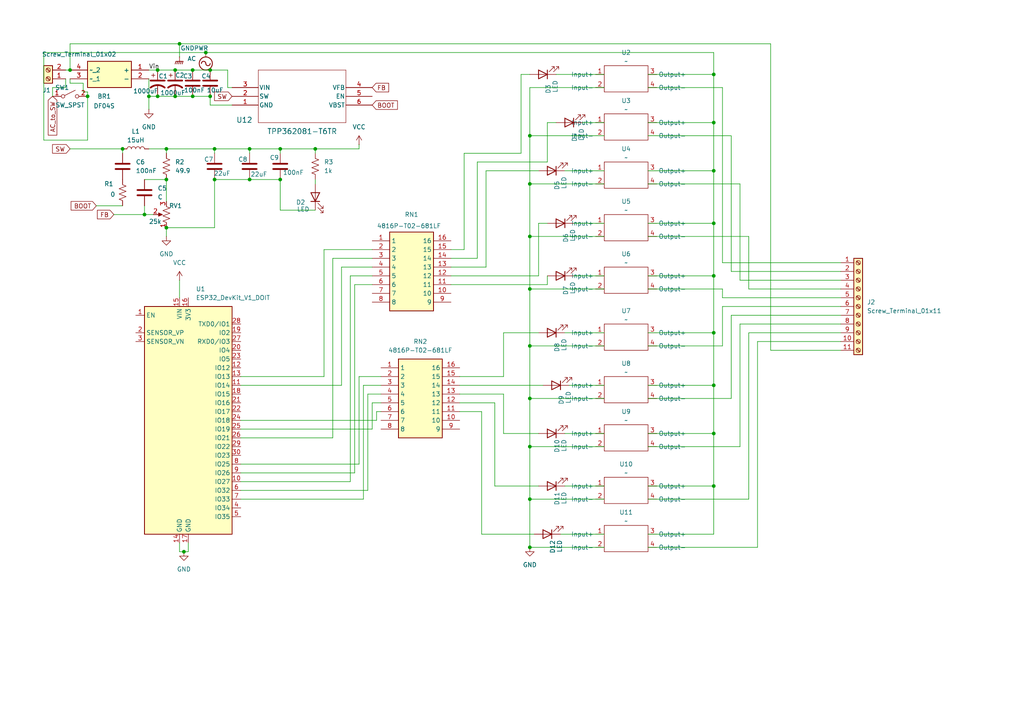
<source format=kicad_sch>
(kicad_sch (version 20231120) (generator "eeschema") (generator_version "8.0")
  (paper "A4")
  (lib_symbols
    (symbol "Bridge_rectifier:DF04S"
      (property "Reference" "BR" (at 19.05 7.62 0))
      (property "Value" "DF04S" (at 19.05 5.08 0))
      (symbol "DF04S_1_1"
        (rectangle (start 5.08 2.54) (end 17.78 -5.08) (stroke (width 0.254)) (fill (type background)))
        (pin passive line (at 0 0 0) (length 5.08) (name "+") (number "1"))
        (pin passive line (at 0 -2.54 0) (length 5.08) (name "-") (number "2"))
        (pin passive line (at 22.86 -2.54 180) (length 5.08) (name "~_1") (number "3"))
        (pin passive line (at 22.86 0 180) (length 5.08) (name "~_2") (number "4"))
      )
    )
    (symbol "Connector:Screw_Terminal_01x02" (pin_names (offset 1.016) hide)
      (property "Reference" "J" (at 0 2.54 0))
      (property "Value" "Screw_Terminal_01x02" (at 0 -5.08 0))
      (symbol "Screw_Terminal_01x02_1_1"
        (rectangle (start -1.27 1.27) (end 1.27 -3.81) (stroke (width 0.254)) (fill (type background)))
        (circle (center 0 -2.54) (radius 0.635) (stroke (width 0.1524)))
        (polyline (pts (xy -0.5334 -2.2098) (xy 0.3302 -3.048)) (stroke (width 0.1524)))
        (polyline (pts (xy -0.5334 0.3302) (xy 0.3302 -0.508)) (stroke (width 0.1524)))
        (polyline (pts (xy -0.3556 -2.032) (xy 0.508 -2.8702)) (stroke (width 0.1524)))
        (polyline (pts (xy -0.3556 0.508) (xy 0.508 -0.3302)) (stroke (width 0.1524)))
        (circle (center 0 0) (radius 0.635) (stroke (width 0.1524)))
        (pin passive line (at -5.08 0 0) (length 3.81) (name "Pin_1") (number "1"))
        (pin passive line (at -5.08 -2.54 0) (length 3.81) (name "Pin_2") (number "2"))
      )
    )
    (symbol "Connector:Screw_Terminal_01x11" (pin_names (offset 1.016) hide)
      (property "Reference" "J" (at 0 15.24 0))
      (property "Value" "Screw_Terminal_01x11" (at 0 -15.24 0))
      (symbol "Screw_Terminal_01x11_1_1"
        (rectangle (start -1.27 13.97) (end 1.27 -13.97) (stroke (width 0.254)) (fill (type background)))
        (circle (center 0 -12.7) (radius 0.635) (stroke (width 0.1524)))
        (circle (center 0 -10.16) (radius 0.635) (stroke (width 0.1524)))
        (circle (center 0 -7.62) (radius 0.635) (stroke (width 0.1524)))
        (circle (center 0 -5.08) (radius 0.635) (stroke (width 0.1524)))
        (circle (center 0 -2.54) (radius 0.635) (stroke (width 0.1524)))
        (polyline (pts (xy -0.5334 -12.3698) (xy 0.3302 -13.208)) (stroke (width 0.1524)))
        (polyline (pts (xy -0.5334 -9.8298) (xy 0.3302 -10.668)) (stroke (width 0.1524)))
        (polyline (pts (xy -0.5334 -7.2898) (xy 0.3302 -8.128)) (stroke (width 0.1524)))
        (polyline (pts (xy -0.5334 -4.7498) (xy 0.3302 -5.588)) (stroke (width 0.1524)))
        (polyline (pts (xy -0.5334 -2.2098) (xy 0.3302 -3.048)) (stroke (width 0.1524)))
        (polyline (pts (xy -0.5334 0.3302) (xy 0.3302 -0.508)) (stroke (width 0.1524)))
        (polyline (pts (xy -0.5334 2.8702) (xy 0.3302 2.032)) (stroke (width 0.1524)))
        (polyline (pts (xy -0.5334 5.4102) (xy 0.3302 4.572)) (stroke (width 0.1524)))
        (polyline (pts (xy -0.5334 7.9502) (xy 0.3302 7.112)) (stroke (width 0.1524)))
        (polyline (pts (xy -0.5334 10.4902) (xy 0.3302 9.652)) (stroke (width 0.1524)))
        (polyline (pts (xy -0.5334 13.0302) (xy 0.3302 12.192)) (stroke (width 0.1524)))
        (polyline (pts (xy -0.3556 -12.192) (xy 0.508 -13.0302)) (stroke (width 0.1524)))
        (polyline (pts (xy -0.3556 -9.652) (xy 0.508 -10.4902)) (stroke (width 0.1524)))
        (polyline (pts (xy -0.3556 -7.112) (xy 0.508 -7.9502)) (stroke (width 0.1524)))
        (polyline (pts (xy -0.3556 -4.572) (xy 0.508 -5.4102)) (stroke (width 0.1524)))
        (polyline (pts (xy -0.3556 -2.032) (xy 0.508 -2.8702)) (stroke (width 0.1524)))
        (polyline (pts (xy -0.3556 0.508) (xy 0.508 -0.3302)) (stroke (width 0.1524)))
        (polyline (pts (xy -0.3556 3.048) (xy 0.508 2.2098)) (stroke (width 0.1524)))
        (polyline (pts (xy -0.3556 5.588) (xy 0.508 4.7498)) (stroke (width 0.1524)))
        (polyline (pts (xy -0.3556 8.128) (xy 0.508 7.2898)) (stroke (width 0.1524)))
        (polyline (pts (xy -0.3556 10.668) (xy 0.508 9.8298)) (stroke (width 0.1524)))
        (polyline (pts (xy -0.3556 13.208) (xy 0.508 12.3698)) (stroke (width 0.1524)))
        (circle (center 0 0) (radius 0.635) (stroke (width 0.1524)))
        (circle (center 0 2.54) (radius 0.635) (stroke (width 0.1524)))
        (circle (center 0 5.08) (radius 0.635) (stroke (width 0.1524)))
        (circle (center 0 7.62) (radius 0.635) (stroke (width 0.1524)))
        (circle (center 0 10.16) (radius 0.635) (stroke (width 0.1524)))
        (circle (center 0 12.7) (radius 0.635) (stroke (width 0.1524)))
        (pin passive line (at -5.08 12.7 0) (length 3.81) (name "Pin_1") (number "1"))
        (pin passive line (at -5.08 -10.16 0) (length 3.81) (name "Pin_10") (number "10"))
        (pin passive line (at -5.08 -12.7 0) (length 3.81) (name "Pin_11") (number "11"))
        (pin passive line (at -5.08 10.16 0) (length 3.81) (name "Pin_2") (number "2"))
        (pin passive line (at -5.08 7.62 0) (length 3.81) (name "Pin_3") (number "3"))
        (pin passive line (at -5.08 5.08 0) (length 3.81) (name "Pin_4") (number "4"))
        (pin passive line (at -5.08 2.54 0) (length 3.81) (name "Pin_5") (number "5"))
        (pin passive line (at -5.08 0 0) (length 3.81) (name "Pin_6") (number "6"))
        (pin passive line (at -5.08 -2.54 0) (length 3.81) (name "Pin_7") (number "7"))
        (pin passive line (at -5.08 -5.08 0) (length 3.81) (name "Pin_8") (number "8"))
        (pin passive line (at -5.08 -7.62 0) (length 3.81) (name "Pin_9") (number "9"))
      )
    )
    (symbol "Device:C" (pin_numbers hide) (pin_names (offset 0.254))
      (property "Reference" "C" (at 0.635 2.54 0))
      (property "Value" "C" (at 0.635 -2.54 0))
      (symbol "C_0_1"
        (polyline (pts (xy -2.032 -0.762) (xy 2.032 -0.762)) (stroke (width 0.508)))
        (polyline (pts (xy -2.032 0.762) (xy 2.032 0.762)) (stroke (width 0.508)))
      )
      (symbol "C_1_1"
        (pin passive line (at 0 3.81 270) (length 2.794) (name "~") (number "1"))
        (pin passive line (at 0 -3.81 90) (length 2.794) (name "~") (number "2"))
      )
    )
    (symbol "Device:C_Polarized_US" (pin_numbers hide) (pin_names (offset 0.254) hide)
      (property "Reference" "C" (at 0.635 2.54 0))
      (property "Value" "C_Polarized_US" (at 0.635 -2.54 0))
      (symbol "C_Polarized_US_0_1"
        (polyline (pts (xy -2.032 0.762) (xy 2.032 0.762)) (stroke (width 0.508)))
        (polyline (pts (xy -1.778 2.286) (xy -0.762 2.286)))
        (polyline (pts (xy -1.27 1.778) (xy -1.27 2.794)))
        (arc (start 2.032 -1.27) (mid 0 -0.5572) (end -2.032 -1.27) (stroke (width 0.508)))
      )
      (symbol "C_Polarized_US_1_1"
        (pin passive line (at 0 3.81 270) (length 2.794) (name "~") (number "1"))
        (pin passive line (at 0 -3.81 90) (length 3.302) (name "~") (number "2"))
      )
    )
    (symbol "Device:L" (pin_numbers hide) (pin_names (offset 1.016) hide)
      (property "Reference" "L" (at -1.27 0 90))
      (property "Value" "L" (at 1.905 0 90))
      (symbol "L_0_1"
        (arc (start 0 -2.54) (mid 0.6323 -1.905) (end 0 -1.27))
        (arc (start 0 -1.27) (mid 0.6323 -0.635) (end 0 0))
        (arc (start 0 0) (mid 0.6323 0.635) (end 0 1.27))
        (arc (start 0 1.27) (mid 0.6323 1.905) (end 0 2.54))
      )
      (symbol "L_1_1"
        (pin passive line (at 0 3.81 270) (length 1.27) (name "1") (number "1"))
        (pin passive line (at 0 -3.81 90) (length 1.27) (name "2") (number "2"))
      )
    )
    (symbol "Device:LED" (pin_numbers hide) (pin_names (offset 1.016) hide)
      (property "Reference" "D" (at 0 2.54 0))
      (property "Value" "LED" (at 0 -2.54 0))
      (symbol "LED_0_1"
        (polyline (pts (xy -1.27 -1.27) (xy -1.27 1.27)) (stroke (width 0.254)))
        (polyline (pts (xy -1.27 0) (xy 1.27 0)))
        (polyline (pts (xy 1.27 -1.27) (xy 1.27 1.27) (xy -1.27 0) (xy 1.27 -1.27)) (stroke (width 0.254)))
        (polyline (pts (xy -3.048 -0.762) (xy -4.572 -2.286) (xy -3.81 -2.286) (xy -4.572 -2.286) (xy -4.572 -1.524)))
        (polyline (pts (xy -1.778 -0.762) (xy -3.302 -2.286) (xy -2.54 -2.286) (xy -3.302 -2.286) (xy -3.302 -1.524)))
      )
      (symbol "LED_1_1"
        (pin passive line (at -3.81 0 0) (length 2.54) (name "K") (number "1"))
        (pin passive line (at 3.81 0 180) (length 2.54) (name "A") (number "2"))
      )
    )
    (symbol "Device:R_Potentiometer_US" (pin_names (offset 1.016) hide)
      (property "Reference" "RV" (at -4.445 0 90))
      (property "Value" "R_Potentiometer_US" (at -2.54 0 90))
      (symbol "R_Potentiometer_US_0_1"
        (polyline (pts (xy 0 -2.286) (xy 0 -2.54)))
        (polyline (pts (xy 0 2.54) (xy 0 2.286)))
        (polyline (pts (xy 2.54 0) (xy 1.524 0)))
        (polyline (pts (xy 1.143 0) (xy 2.286 0.508) (xy 2.286 -0.508) (xy 1.143 0)) (fill (type outline)))
        (polyline (pts (xy 0 -0.762) (xy 1.016 -1.143) (xy 0 -1.524) (xy -1.016 -1.905) (xy 0 -2.286)))
        (polyline (pts (xy 0 0.762) (xy 1.016 0.381) (xy 0 0) (xy -1.016 -0.381) (xy 0 -0.762)))
        (polyline (pts (xy 0 2.286) (xy 1.016 1.905) (xy 0 1.524) (xy -1.016 1.143) (xy 0 0.762)))
      )
      (symbol "R_Potentiometer_US_1_1"
        (pin passive line (at 0 3.81 270) (length 1.27) (name "1") (number "1"))
        (pin passive line (at 3.81 0 180) (length 1.27) (name "2") (number "2"))
        (pin passive line (at 0 -3.81 90) (length 1.27) (name "3") (number "3"))
      )
    )
    (symbol "Device:R_US" (pin_numbers hide) (pin_names (offset 0))
      (property "Reference" "R" (at 2.54 0 90))
      (property "Value" "R_US" (at -2.54 0 90))
      (symbol "R_US_0_1"
        (polyline (pts (xy 0 -2.286) (xy 0 -2.54)))
        (polyline (pts (xy 0 2.286) (xy 0 2.54)))
        (polyline (pts (xy 0 -0.762) (xy 1.016 -1.143) (xy 0 -1.524) (xy -1.016 -1.905) (xy 0 -2.286)))
        (polyline (pts (xy 0 0.762) (xy 1.016 0.381) (xy 0 0) (xy -1.016 -0.381) (xy 0 -0.762)))
        (polyline (pts (xy 0 2.286) (xy 1.016 1.905) (xy 0 1.524) (xy -1.016 1.143) (xy 0 0.762)))
      )
      (symbol "R_US_1_1"
        (pin passive line (at 0 3.81 270) (length 1.27) (name "~") (number "1"))
        (pin passive line (at 0 -3.81 90) (length 1.27) (name "~") (number "2"))
      )
    )
    (symbol "Resistor_Network:4816P-T02-681LF"
      (property "Reference" "RN" (at 19.05 7.62 0))
      (property "Value" "4816P-T02-681LF" (at 19.05 5.08 0))
      (symbol "4816P-T02-681LF_1_1"
        (rectangle (start 5.08 2.54) (end 17.78 -20.32) (stroke (width 0.254)) (fill (type background)))
        (pin passive line (at 0 0 0) (length 5.08) (name "1") (number "1"))
        (pin passive line (at 22.86 -15.24 180) (length 5.08) (name "10") (number "10"))
        (pin passive line (at 22.86 -12.7 180) (length 5.08) (name "11") (number "11"))
        (pin passive line (at 22.86 -10.16 180) (length 5.08) (name "12") (number "12"))
        (pin passive line (at 22.86 -7.62 180) (length 5.08) (name "13") (number "13"))
        (pin passive line (at 22.86 -5.08 180) (length 5.08) (name "14") (number "14"))
        (pin passive line (at 22.86 -2.54 180) (length 5.08) (name "15") (number "15"))
        (pin passive line (at 22.86 0 180) (length 5.08) (name "16") (number "16"))
        (pin passive line (at 0 -2.54 0) (length 5.08) (name "2") (number "2"))
        (pin passive line (at 0 -5.08 0) (length 5.08) (name "3") (number "3"))
        (pin passive line (at 0 -7.62 0) (length 5.08) (name "4") (number "4"))
        (pin passive line (at 0 -10.16 0) (length 5.08) (name "5") (number "5"))
        (pin passive line (at 0 -12.7 0) (length 5.08) (name "6") (number "6"))
        (pin passive line (at 0 -15.24 0) (length 5.08) (name "7") (number "7"))
        (pin passive line (at 0 -17.78 0) (length 5.08) (name "8") (number "8"))
        (pin passive line (at 22.86 -17.78 180) (length 5.08) (name "9") (number "9"))
      )
    )
    (symbol "SSR:OR-M4XXA"
      (property "Reference" "U" (at -1.524 -2.032 0))
      (symbol "OR-M4XXA_0_1"
        (rectangle (start 0 0) (end 12.7 7.62))
      )
      (symbol "OR-M4XXA_1_1"
        (pin input line (at 0 5.08 180) (length 2.54) (name "Input+") (number "1"))
        (pin input line (at 0 1.27 180) (length 2.54) (name "Input-") (number "2"))
        (pin output line (at 12.7 5.08 0) (length 2.54) (name "Output+") (number "3"))
        (pin output line (at 12.7 1.27 0) (length 2.54) (name "Output-") (number "4"))
      )
    )
    (symbol "Switch:SW_SPST" (pin_names (offset 0) hide)
      (property "Reference" "SW" (at 0 3.175 0))
      (property "Value" "SW_SPST" (at 0 -2.54 0))
      (symbol "SW_SPST_0_0"
        (circle (center -2.032 0) (radius 0.508))
        (polyline (pts (xy -1.524 0.254) (xy 1.524 1.778)))
        (circle (center 2.032 0) (radius 0.508))
      )
      (symbol "SW_SPST_1_1"
        (pin passive line (at -5.08 0 0) (length 2.54) (name "A") (number "1"))
        (pin passive line (at 5.08 0 180) (length 2.54) (name "B") (number "2"))
      )
    )
    (symbol "Voltage_Regulator:TPP362081-T6TR" (pin_names (offset 0.254))
      (property "Reference" "U" (at 20.32 10.16 0))
      (property "Value" "TPP362081-T6TR" (at 20.32 7.62 0))
      (symbol "TPP362081-T6TR_0_1"
        (polyline (pts (xy 7.62 -10.16) (xy 33.02 -10.16)) (stroke (width 0.127)))
        (polyline (pts (xy 7.62 5.08) (xy 7.62 -10.16)) (stroke (width 0.127)))
        (polyline (pts (xy 33.02 -10.16) (xy 33.02 5.08)) (stroke (width 0.127)))
        (polyline (pts (xy 33.02 5.08) (xy 7.62 5.08)) (stroke (width 0.127)))
        (pin power_out line (at 0 0 0) (length 7.62) (name "GND") (number "1"))
        (pin output line (at 0 -2.54 0) (length 7.62) (name "SW") (number "2"))
        (pin power_in line (at 0 -5.08 0) (length 7.62) (name "VIN") (number "3"))
        (pin input line (at 40.64 -5.08 180) (length 7.62) (name "VFB") (number "4"))
        (pin input line (at 40.64 -2.54 180) (length 7.62) (name "EN") (number "5"))
        (pin output line (at 40.64 0 180) (length 7.62) (name "VBST") (number "6"))
      )
    )
    (symbol "esp32_devkit_v1:ESP32_DevKit_V1_DOIT"
      (property "Reference" "U" (at -11.43 34.29 0))
      (property "Value" "ESP32_DevKit_V1_DOIT" (at 11.43 34.29 0))
      (symbol "ESP32_DevKit_V1_DOIT_1_1"
        (rectangle (start -12.7 33.02) (end 12.7 -33.02) (stroke (width 0.254)) (fill (type background)))
        (pin input line (at -15.24 30.48 0) (length 2.54) (name "EN") (number "1"))
        (pin bidirectional line (at 15.24 -17.78 180) (length 2.54) (name "IO27") (number "10"))
        (pin bidirectional line (at 15.24 10.16 180) (length 2.54) (name "IO14") (number "11"))
        (pin bidirectional line (at 15.24 15.24 180) (length 2.54) (name "IO12") (number "12"))
        (pin bidirectional line (at 15.24 12.7 180) (length 2.54) (name "IO13") (number "13"))
        (pin power_in line (at -2.54 -35.56 90) (length 2.54) (name "GND") (number "14"))
        (pin power_in line (at -2.54 35.56 270) (length 2.54) (name "VIN") (number "15"))
        (pin power_in line (at 0 35.56 270) (length 2.54) (name "3V3") (number "16"))
        (pin power_in line (at 0 -35.56 90) (length 2.54) (name "GND") (number "17"))
        (pin bidirectional line (at 15.24 7.62 180) (length 2.54) (name "IO15") (number "18"))
        (pin bidirectional line (at 15.24 25.4 180) (length 2.54) (name "IO2") (number "19"))
        (pin input line (at -15.24 25.4 0) (length 2.54) (name "SENSOR_VP") (number "2"))
        (pin bidirectional line (at 15.24 20.32 180) (length 2.54) (name "IO4") (number "20"))
        (pin bidirectional line (at 15.24 5.08 180) (length 2.54) (name "IO16") (number "21"))
        (pin bidirectional line (at 15.24 2.54 180) (length 2.54) (name "IO17") (number "22"))
        (pin bidirectional line (at 15.24 17.78 180) (length 2.54) (name "IO5") (number "23"))
        (pin bidirectional line (at 15.24 0 180) (length 2.54) (name "IO18") (number "24"))
        (pin bidirectional line (at 15.24 -2.54 180) (length 2.54) (name "IO19") (number "25"))
        (pin bidirectional line (at 15.24 -5.08 180) (length 2.54) (name "IO21") (number "26"))
        (pin bidirectional line (at 15.24 22.86 180) (length 2.54) (name "RXD0/IO3") (number "27"))
        (pin bidirectional line (at 15.24 27.94 180) (length 2.54) (name "TXD0/IO1") (number "28"))
        (pin bidirectional line (at 15.24 -7.62 180) (length 2.54) (name "IO22") (number "29"))
        (pin input line (at -15.24 22.86 0) (length 2.54) (name "SENSOR_VN") (number "3"))
        (pin bidirectional line (at 15.24 -10.16 180) (length 2.54) (name "IO23") (number "30"))
        (pin input line (at 15.24 -25.4 180) (length 2.54) (name "IO34") (number "4"))
        (pin input line (at 15.24 -27.94 180) (length 2.54) (name "IO35") (number "5"))
        (pin bidirectional line (at 15.24 -20.32 180) (length 2.54) (name "IO32") (number "6"))
        (pin bidirectional line (at 15.24 -22.86 180) (length 2.54) (name "IO33") (number "7"))
        (pin bidirectional line (at 15.24 -12.7 180) (length 2.54) (name "IO25") (number "8"))
        (pin bidirectional line (at 15.24 -15.24 180) (length 2.54) (name "IO26") (number "9"))
      )
    )
    (symbol "power:AC" (power) (pin_numbers hide) (pin_names (offset 0) hide)
      (property "Value" "AC" (at 0 6.35 0))
      (symbol "AC_0_1"
        (polyline (pts (xy 0 0) (xy 0 1.27)))
        (arc (start 0 3.175) (mid -0.635 3.8073) (end -1.27 3.175) (stroke (width 0.254)))
        (arc (start 0 3.175) (mid 0.635 2.5427) (end 1.27 3.175) (stroke (width 0.254)))
        (circle (center 0 3.175) (radius 1.905) (stroke (width 0.254)))
      )
      (symbol "AC_1_1"
        (pin power_in line (at 0 0 90) (length 0) (name "~") (number "1"))
      )
    )
    (symbol "power:GND" (power) (pin_numbers hide) (pin_names (offset 0) hide)
      (property "Value" "GND" (at 0 -3.81 0))
      (symbol "GND_0_1"
        (polyline (pts (xy 0 0) (xy 0 -1.27) (xy 1.27 -1.27) (xy 0 -2.54) (xy -1.27 -1.27) (xy 0 -1.27)))
      )
      (symbol "GND_1_1"
        (pin power_in line (at 0 0 270) (length 0) (name "~") (number "1"))
      )
    )
    (symbol "power:GNDPWR" (power) (pin_numbers hide) (pin_names (offset 0) hide)
      (property "Value" "GNDPWR" (at 0 -3.302 0))
      (symbol "GNDPWR_0_1"
        (polyline (pts (xy 0 -1.27) (xy 0 0)))
        (polyline (pts (xy -1.016 -1.27) (xy -1.27 -2.032) (xy -1.27 -2.032)) (stroke (width 0.2032)))
        (polyline (pts (xy -0.508 -1.27) (xy -0.762 -2.032) (xy -0.762 -2.032)) (stroke (width 0.2032)))
        (polyline (pts (xy 0 -1.27) (xy -0.254 -2.032) (xy -0.254 -2.032)) (stroke (width 0.2032)))
        (polyline (pts (xy 0.508 -1.27) (xy 0.254 -2.032) (xy 0.254 -2.032)) (stroke (width 0.2032)))
        (polyline (pts (xy 1.016 -1.27) (xy -1.016 -1.27) (xy -1.016 -1.27)) (stroke (width 0.2032)))
        (polyline (pts (xy 1.016 -1.27) (xy 0.762 -2.032) (xy 0.762 -2.032) (xy 0.762 -2.032)) (stroke (width 0.2032)))
      )
      (symbol "GNDPWR_1_1"
        (pin power_in line (at 0 0 270) (length 0) (name "~") (number "1"))
      )
    )
    (symbol "power:VCC" (power) (pin_numbers hide) (pin_names (offset 0) hide)
      (property "Value" "VCC" (at 0 3.556 0))
      (symbol "VCC_0_1"
        (polyline (pts (xy -0.762 1.27) (xy 0 2.54)))
        (polyline (pts (xy 0 0) (xy 0 2.54)))
        (polyline (pts (xy 0 2.54) (xy 0.762 1.27)))
      )
      (symbol "VCC_1_1"
        (pin power_in line (at 0 0 90) (length 0) (name "~") (number "1"))
      )
    )
  )
  (junction (at 153.67 129.54))
  (junction (at 153.67 100.33))
  (junction (at 153.67 68.58))
  (junction (at 207.01 125.73))
  (junction (at 45.72 20.32))
  (junction (at 153.67 158.75))
  (junction (at 50.8 20.32))
  (junction (at 207.01 21.59))
  (junction (at 81.28 43.18))
  (junction (at 55.88 20.32))
  (junction (at 48.26 43.18))
  (junction (at 60.96 27.94))
  (junction (at 62.23 43.18))
  (junction (at 207.01 35.56))
  (junction (at 43.18 27.94))
  (junction (at 45.72 27.94))
  (junction (at 48.26 66.04))
  (junction (at 59.69 15.24))
  (junction (at 81.28 52.07))
  (junction (at 25.4 27.94))
  (junction (at 35.56 43.18))
  (junction (at 153.67 115.57))
  (junction (at 207.01 111.76))
  (junction (at 41.91 62.23))
  (junction (at 48.26 52.07))
  (junction (at 153.67 83.82))
  (junction (at 50.8 27.94))
  (junction (at 72.39 52.07))
  (junction (at 72.39 43.18))
  (junction (at 153.67 144.78))
  (junction (at 207.01 49.53))
  (junction (at 62.23 52.07))
  (junction (at 91.44 43.18))
  (junction (at 53.34 160.02))
  (junction (at 207.01 96.52))
  (junction (at 60.96 20.32))
  (junction (at 52.07 12.7))
  (junction (at 55.88 27.94))
  (junction (at 20.32 20.32))
  (junction (at 207.01 140.97))
  (junction (at 153.67 53.34))
  (junction (at 153.67 39.37))
  (junction (at 207.01 64.77))
  (junction (at 207.01 80.01))
  (wire (pts (xy 153.67 158.75) (xy 175.26 158.75)))
  (wire (pts (xy 187.96 100.33) (xy 209.55 100.33)))
  (wire (pts (xy 165.1 111.76) (xy 175.26 111.76)))
  (wire (pts (xy 187.96 129.54) (xy 214.63 129.54)))
  (wire (pts (xy 166.37 64.77) (xy 175.26 64.77)))
  (wire (pts (xy 48.26 68.58) (xy 48.26 66.04)))
  (wire (pts (xy 19.05 22.86) (xy 19.05 25.4)))
  (wire (pts (xy 146.05 109.22) (xy 146.05 96.52)))
  (wire (pts (xy 209.55 88.9) (xy 209.55 100.33)))
  (wire (pts (xy 207.01 96.52) (xy 207.01 111.76)))
  (wire (pts (xy 143.51 116.84) (xy 143.51 140.97)))
  (wire (pts (xy 12.7 15.24) (xy 12.7 40.64)))
  (wire (pts (xy 146.05 96.52) (xy 156.21 96.52)))
  (wire (pts (xy 243.84 83.82) (xy 217.17 83.82)))
  (wire (pts (xy 143.51 140.97) (xy 156.21 140.97)))
  (wire (pts (xy 212.09 78.74) (xy 243.84 78.74)))
  (wire (pts (xy 20.32 24.13) (xy 24.13 24.13)))
  (wire (pts (xy 153.67 129.54) (xy 175.26 129.54)))
  (wire (pts (xy 138.43 46.99) (xy 158.75 46.99)))
  (wire (pts (xy 81.28 52.07) (xy 81.28 60.96)))
  (wire (pts (xy 153.67 83.82) (xy 153.67 100.33)))
  (wire (pts (xy 96.52 127) (xy 96.52 74.93)))
  (wire (pts (xy 105.41 144.78) (xy 105.41 111.76)))
  (wire (pts (xy 102.87 82.55) (xy 107.95 82.55)))
  (wire (pts (xy 102.87 137.16) (xy 102.87 82.55)))
  (wire (pts (xy 81.28 43.18) (xy 91.44 43.18)))
  (wire (pts (xy 214.63 81.28) (xy 214.63 53.34)))
  (wire (pts (xy 212.09 39.37) (xy 212.09 78.74)))
  (wire (pts (xy 69.85 139.7) (xy 101.6 139.7)))
  (wire (pts (xy 69.85 121.92) (xy 109.22 121.92)))
  (wire (pts (xy 130.81 82.55) (xy 158.75 82.55)))
  (wire (pts (xy 207.01 21.59) (xy 207.01 35.56)))
  (wire (pts (xy 134.62 44.45) (xy 151.13 44.45)))
  (wire (pts (xy 130.81 80.01) (xy 156.21 80.01)))
  (wire (pts (xy 212.09 91.44) (xy 212.09 115.57)))
  (wire (pts (xy 43.18 20.32) (xy 45.72 20.32)))
  (wire (pts (xy 53.34 160.02) (xy 54.61 160.02)))
  (wire (pts (xy 153.67 39.37) (xy 175.26 39.37)))
  (wire (pts (xy 20.32 22.86) (xy 20.32 24.13)))
  (wire (pts (xy 146.05 125.73) (xy 156.21 125.73)))
  (wire (pts (xy 52.07 12.7) (xy 52.07 16.51)))
  (wire (pts (xy 153.67 68.58) (xy 153.67 83.82)))
  (wire (pts (xy 109.22 119.38) (xy 110.49 119.38)))
  (wire (pts (xy 107.95 116.84) (xy 110.49 116.84)))
  (wire (pts (xy 101.6 139.7) (xy 101.6 80.01)))
  (wire (pts (xy 207.01 111.76) (xy 207.01 125.73)))
  (wire (pts (xy 153.67 53.34) (xy 153.67 68.58)))
  (wire (pts (xy 217.17 144.78) (xy 187.96 144.78)))
  (wire (pts (xy 62.23 43.18) (xy 62.23 44.45)))
  (wire (pts (xy 35.56 59.69) (xy 27.94 59.69)))
  (wire (pts (xy 243.84 81.28) (xy 214.63 81.28)))
  (wire (pts (xy 130.81 77.47) (xy 140.97 77.47)))
  (wire (pts (xy 60.96 30.48) (xy 67.31 30.48)))
  (wire (pts (xy 43.18 31.75) (xy 43.18 27.94)))
  (wire (pts (xy 175.26 115.57) (xy 153.67 115.57)))
  (wire (pts (xy 19.05 25.4) (xy 15.24 25.4)))
  (wire (pts (xy 219.71 99.06) (xy 219.71 158.75)))
  (wire (pts (xy 209.55 76.2) (xy 243.84 76.2)))
  (wire (pts (xy 41.91 59.69) (xy 41.91 62.23)))
  (wire (pts (xy 19.05 20.32) (xy 20.32 20.32)))
  (wire (pts (xy 243.84 93.98) (xy 214.63 93.98)))
  (wire (pts (xy 207.01 140.97) (xy 207.01 154.94)))
  (wire (pts (xy 43.18 27.94) (xy 45.72 27.94)))
  (wire (pts (xy 187.96 154.94) (xy 207.01 154.94)))
  (wire (pts (xy 24.13 26.67) (xy 25.4 26.67)))
  (wire (pts (xy 151.13 21.59) (xy 153.67 21.59)))
  (wire (pts (xy 138.43 74.93) (xy 138.43 46.99)))
  (wire (pts (xy 153.67 25.4) (xy 153.67 39.37)))
  (wire (pts (xy 52.07 12.7) (xy 223.52 12.7)))
  (wire (pts (xy 207.01 49.53) (xy 207.01 64.77)))
  (wire (pts (xy 43.18 27.94) (xy 43.18 22.86)))
  (wire (pts (xy 91.44 60.96) (xy 81.28 60.96)))
  (wire (pts (xy 50.8 20.32) (xy 55.88 20.32)))
  (wire (pts (xy 187.96 21.59) (xy 207.01 21.59)))
  (wire (pts (xy 24.13 24.13) (xy 24.13 26.67)))
  (wire (pts (xy 133.35 109.22) (xy 146.05 109.22)))
  (wire (pts (xy 107.95 124.46) (xy 107.95 116.84)))
  (wire (pts (xy 55.88 20.32) (xy 60.96 20.32)))
  (wire (pts (xy 62.23 43.18) (xy 48.26 43.18)))
  (wire (pts (xy 243.84 88.9) (xy 209.55 88.9)))
  (wire (pts (xy 139.7 119.38) (xy 139.7 154.94)))
  (wire (pts (xy 153.67 144.78) (xy 175.26 144.78)))
  (wire (pts (xy 41.91 52.07) (xy 48.26 52.07)))
  (wire (pts (xy 243.84 96.52) (xy 217.17 96.52)))
  (wire (pts (xy 223.52 12.7) (xy 223.52 101.6)))
  (wire (pts (xy 209.55 86.36) (xy 243.84 86.36)))
  (wire (pts (xy 166.37 80.01) (xy 175.26 80.01)))
  (wire (pts (xy 91.44 53.34) (xy 91.44 52.07)))
  (wire (pts (xy 219.71 158.75) (xy 187.96 158.75)))
  (wire (pts (xy 91.44 43.18) (xy 91.44 44.45)))
  (wire (pts (xy 105.41 111.76) (xy 110.49 111.76)))
  (wire (pts (xy 69.85 137.16) (xy 102.87 137.16)))
  (wire (pts (xy 163.83 140.97) (xy 175.26 140.97)))
  (wire (pts (xy 133.35 114.3) (xy 146.05 114.3)))
  (wire (pts (xy 69.85 144.78) (xy 105.41 144.78)))
  (wire (pts (xy 33.02 62.23) (xy 41.91 62.23)))
  (wire (pts (xy 106.68 142.24) (xy 106.68 114.3)))
  (wire (pts (xy 15.24 25.4) (xy 15.24 27.94)))
  (wire (pts (xy 153.67 115.57) (xy 153.67 129.54)))
  (wire (pts (xy 72.39 43.18) (xy 72.39 44.45)))
  (wire (pts (xy 153.67 100.33) (xy 153.67 115.57)))
  (wire (pts (xy 50.8 27.94) (xy 55.88 27.94)))
  (wire (pts (xy 187.96 125.73) (xy 207.01 125.73)))
  (wire (pts (xy 163.83 125.73) (xy 175.26 125.73)))
  (wire (pts (xy 217.17 96.52) (xy 217.17 144.78)))
  (wire (pts (xy 99.06 77.47) (xy 107.95 77.47)))
  (wire (pts (xy 162.56 154.94) (xy 175.26 154.94)))
  (wire (pts (xy 187.96 53.34) (xy 214.63 53.34)))
  (wire (pts (xy 101.6 80.01) (xy 107.95 80.01)))
  (wire (pts (xy 69.85 111.76) (xy 99.06 111.76)))
  (wire (pts (xy 158.75 35.56) (xy 161.29 35.56)))
  (wire (pts (xy 158.75 82.55) (xy 158.75 80.01)))
  (wire (pts (xy 243.84 91.44) (xy 212.09 91.44)))
  (wire (pts (xy 187.96 25.4) (xy 209.55 25.4)))
  (wire (pts (xy 187.96 96.52) (xy 207.01 96.52)))
  (wire (pts (xy 66.04 25.4) (xy 66.04 20.32)))
  (wire (pts (xy 187.96 64.77) (xy 207.01 64.77)))
  (wire (pts (xy 35.56 43.18) (xy 35.56 44.45)))
  (wire (pts (xy 158.75 46.99) (xy 158.75 35.56)))
  (wire (pts (xy 62.23 52.07) (xy 72.39 52.07)))
  (wire (pts (xy 217.17 83.82) (xy 217.17 68.58)))
  (wire (pts (xy 187.96 80.01) (xy 207.01 80.01)))
  (wire (pts (xy 41.91 62.23) (xy 44.45 62.23)))
  (wire (pts (xy 25.4 26.67) (xy 25.4 27.94)))
  (wire (pts (xy 209.55 86.36) (xy 209.55 83.82)))
  (wire (pts (xy 153.67 100.33) (xy 175.26 100.33)))
  (wire (pts (xy 133.35 119.38) (xy 139.7 119.38)))
  (wire (pts (xy 69.85 142.24) (xy 106.68 142.24)))
  (wire (pts (xy 54.61 157.48) (xy 54.61 160.02)))
  (wire (pts (xy 153.67 83.82) (xy 175.26 83.82)))
  (wire (pts (xy 104.14 134.62) (xy 104.14 109.22)))
  (wire (pts (xy 146.05 114.3) (xy 146.05 125.73)))
  (wire (pts (xy 187.96 35.56) (xy 207.01 35.56)))
  (wire (pts (xy 72.39 43.18) (xy 81.28 43.18)))
  (wire (pts (xy 60.96 30.48) (xy 60.96 27.94)))
  (wire (pts (xy 134.62 44.45) (xy 134.62 72.39)))
  (wire (pts (xy 59.69 15.24) (xy 207.01 15.24)))
  (wire (pts (xy 133.35 116.84) (xy 143.51 116.84)))
  (wire (pts (xy 163.83 49.53) (xy 175.26 49.53)))
  (wire (pts (xy 52.07 81.28) (xy 52.07 86.36)))
  (wire (pts (xy 45.72 27.94) (xy 50.8 27.94)))
  (wire (pts (xy 187.96 111.76) (xy 207.01 111.76)))
  (wire (pts (xy 48.26 43.18) (xy 48.26 44.45)))
  (wire (pts (xy 48.26 66.04) (xy 62.23 66.04)))
  (wire (pts (xy 104.14 41.91) (xy 104.14 43.18)))
  (wire (pts (xy 109.22 121.92) (xy 109.22 119.38)))
  (wire (pts (xy 153.67 39.37) (xy 153.67 53.34)))
  (wire (pts (xy 207.01 80.01) (xy 207.01 96.52)))
  (wire (pts (xy 55.88 27.94) (xy 60.96 27.94)))
  (wire (pts (xy 48.26 52.07) (xy 48.26 58.42)))
  (wire (pts (xy 72.39 52.07) (xy 81.28 52.07)))
  (wire (pts (xy 139.7 154.94) (xy 154.94 154.94)))
  (wire (pts (xy 66.04 25.4) (xy 67.31 25.4)))
  (wire (pts (xy 60.96 20.32) (xy 66.04 20.32)))
  (wire (pts (xy 156.21 64.77) (xy 158.75 64.77)))
  (wire (pts (xy 106.68 114.3) (xy 110.49 114.3)))
  (wire (pts (xy 104.14 43.18) (xy 91.44 43.18)))
  (wire (pts (xy 140.97 77.47) (xy 140.97 49.53)))
  (wire (pts (xy 187.96 49.53) (xy 207.01 49.53)))
  (wire (pts (xy 187.96 68.58) (xy 217.17 68.58)))
  (wire (pts (xy 207.01 35.56) (xy 207.01 49.53)))
  (wire (pts (xy 25.4 27.94) (xy 25.4 40.64)))
  (wire (pts (xy 43.18 43.18) (xy 48.26 43.18)))
  (wire (pts (xy 153.67 144.78) (xy 153.67 158.75)))
  (wire (pts (xy 207.01 64.77) (xy 207.01 80.01)))
  (wire (pts (xy 214.63 93.98) (xy 214.63 129.54)))
  (wire (pts (xy 153.67 68.58) (xy 175.26 68.58)))
  (wire (pts (xy 187.96 140.97) (xy 207.01 140.97)))
  (wire (pts (xy 52.07 160.02) (xy 53.34 160.02)))
  (wire (pts (xy 209.55 25.4) (xy 209.55 76.2)))
  (wire (pts (xy 20.32 43.18) (xy 35.56 43.18)))
  (wire (pts (xy 243.84 99.06) (xy 219.71 99.06)))
  (wire (pts (xy 93.98 72.39) (xy 107.95 72.39)))
  (wire (pts (xy 69.85 124.46) (xy 107.95 124.46)))
  (wire (pts (xy 140.97 49.53) (xy 156.21 49.53)))
  (wire (pts (xy 156.21 80.01) (xy 156.21 64.77)))
  (wire (pts (xy 99.06 111.76) (xy 99.06 77.47)))
  (wire (pts (xy 133.35 111.76) (xy 157.48 111.76)))
  (wire (pts (xy 52.07 157.48) (xy 52.07 160.02)))
  (wire (pts (xy 175.26 25.4) (xy 153.67 25.4)))
  (wire (pts (xy 59.69 15.24) (xy 12.7 15.24)))
  (wire (pts (xy 12.7 40.64) (xy 25.4 40.64)))
  (wire (pts (xy 187.96 83.82) (xy 209.55 83.82)))
  (wire (pts (xy 207.01 125.73) (xy 207.01 140.97)))
  (wire (pts (xy 187.96 39.37) (xy 212.09 39.37)))
  (wire (pts (xy 20.32 12.7) (xy 20.32 20.32)))
  (wire (pts (xy 153.67 129.54) (xy 153.67 144.78)))
  (wire (pts (xy 81.28 43.18) (xy 81.28 44.45)))
  (wire (pts (xy 104.14 109.22) (xy 110.49 109.22)))
  (wire (pts (xy 20.32 12.7) (xy 52.07 12.7)))
  (wire (pts (xy 212.09 115.57) (xy 187.96 115.57)))
  (wire (pts (xy 62.23 43.18) (xy 72.39 43.18)))
  (wire (pts (xy 45.72 20.32) (xy 50.8 20.32)))
  (wire (pts (xy 163.83 96.52) (xy 175.26 96.52)))
  (wire (pts (xy 151.13 44.45) (xy 151.13 21.59)))
  (wire (pts (xy 69.85 109.22) (xy 93.98 109.22)))
  (wire (pts (xy 130.81 74.93) (xy 138.43 74.93)))
  (wire (pts (xy 93.98 109.22) (xy 93.98 72.39)))
  (wire (pts (xy 69.85 127) (xy 96.52 127)))
  (wire (pts (xy 161.29 21.59) (xy 175.26 21.59)))
  (wire (pts (xy 168.91 35.56) (xy 175.26 35.56)))
  (wire (pts (xy 207.01 15.24) (xy 207.01 21.59)))
  (wire (pts (xy 134.62 72.39) (xy 130.81 72.39)))
  (wire (pts (xy 96.52 74.93) (xy 107.95 74.93)))
  (wire (pts (xy 62.23 52.07) (xy 62.23 66.04)))
  (wire (pts (xy 243.84 101.6) (xy 223.52 101.6)))
  (wire (pts (xy 69.85 134.62) (xy 104.14 134.62)))
  (wire (pts (xy 153.67 53.34) (xy 175.26 53.34)))
  (label "Vin" (at 43.18 20.32 0))
  (global_label "BOOT" (shape input) (at 27.94 59.69 180) (property "Intersheetrefs" "${INTERSHEET_REFS}" (effects (hide yes))))
  (global_label "SW" (shape input) (at 67.31 27.94 180) (property "Intersheetrefs" "${INTERSHEET_REFS}" (effects (hide yes))))
  (global_label "FB" (shape input) (at 107.95 25.4 0) (property "Intersheetrefs" "${INTERSHEET_REFS}" (effects (hide yes))))
  (global_label "SW" (shape input) (at 20.32 43.18 180) (property "Intersheetrefs" "${INTERSHEET_REFS}" (effects (hide yes))))
  (global_label "AC_to_SW" (shape input) (at 15.24 27.94 270) (property "Intersheetrefs" "${INTERSHEET_REFS}" (effects (hide yes))))
  (global_label "FB" (shape input) (at 33.02 62.23 180) (property "Intersheetrefs" "${INTERSHEET_REFS}" (effects (hide yes))))
  (global_label "BOOT" (shape input) (at 107.95 30.48 0) (property "Intersheetrefs" "${INTERSHEET_REFS}" (effects (hide yes))))
  (symbol (lib_id "Resistor_Network:4816P-T02-681LF") (at 107.95 69.85 0) (unit 1)
    (property "Reference" "RN1" (at 119.38 62.23 0))
    (property "Value" "4816P-T02-681LF" (at 118.618 65.532 0))
    (property "Footprint" "Resistor_Network:SOIC127P762X240-16N" (effects (hide yes)))
    (property "Datasheet" "https://www.bourns.com/docs/Product-Datasheets/4800P.pdf" (effects (hide yes)))
    (property "Description" "680 Ohm +/-2% 80mW Power Per Element Bussed 15 Resistor Network/Array +/-100ppm/C 16-SOIC (0.220\", 5.59mm Width)" (effects (hide yes)))
    (property "Height" "2.4" (effects (hide yes)))
    (property "Manufacturer_Name" "Bourns" (effects (hide yes)))
    (property "Manufacturer_Part_Number" "4816P-T02-681LF" (effects (hide yes)))
    (property "Mouser Part Number" "652-4816P-T2LF-680" (effects (hide yes)))
    (property "Mouser Price/Stock" "https://www.mouser.co.uk/ProductDetail/Bourns/4816P-T02-681LF?qs=NkMPHUeWBAZOGQ0JXeb4TA%3D%3D" (effects (hide yes)))
    (property "Arrow Part Number" "4816P-T02-681LF" (effects (hide yes)))
    (property "Arrow Price/Stock" "https://www.arrow.com/en/products/4816p-t02-681lf/bourns" (effects (hide yes)))
  )
  (symbol (lib_id "Device:LED") (at 158.75 154.94 180) (unit 1)
    (property "Reference" "D12" (at 160.274 160.528 90) (effects (justify right)))
    (property "Value" "LED" (at 162.306 160.274 90) (effects (justify right)))
    (property "Footprint" "LED_SMD:LED_0402_1005Metric" (effects (hide yes)))
    (property "Description" "Light emitting diode" (effects (hide yes)))
  )
  (symbol (lib_id "power:AC") (at 59.69 15.24 180) (unit 1)
    (property "Reference" "#PWR06" (effects (hide yes)))
    (property "Value" "AC" (at 55.626 17.018 0))
    (property "Description" "Power symbol creates a global label with name \"AC\"" (effects (hide yes)))
  )
  (symbol (lib_id "Device:R_US") (at 91.44 48.26 0) (unit 1)
    (property "Reference" "R3" (at 93.98 46.9899 0) (effects (justify left)))
    (property "Value" "1k" (at 93.98 49.5299 0) (effects (justify left)))
    (property "Footprint" "Resistor_SMD:R_0805_2012Metric" (effects (hide yes)))
    (property "Description" "Resistor, US symbol" (effects (hide yes)))
  )
  (symbol (lib_id "SSR:OR-M4XXA") (at 175.26 54.61 0) (unit 1)
    (property "Reference" "U4" (at 181.61 43.18 0))
    (property "Value" "~" (at 181.61 45.72 0))
    (property "Footprint" "SSR:OR-M4XXA" (effects (hide yes)))
  )
  (symbol (lib_id "Device:C") (at 60.96 24.13 0) (unit 1)
    (property "Reference" "C4" (at 58.42 22.098 0) (effects (justify left)))
    (property "Value" "10uF" (at 59.944 26.162 0) (effects (justify left)))
    (property "Footprint" "Capacitor_SMD:C_0805_2012Metric" (effects (hide yes)))
    (property "Description" "Unpolarized capacitor" (effects (hide yes)))
  )
  (symbol (lib_id "SSR:OR-M4XXA") (at 175.26 85.09 0) (unit 1)
    (property "Reference" "U6" (at 181.61 73.66 0))
    (property "Value" "~" (at 181.61 76.2 0))
    (property "Footprint" "SSR:OR-M4XXA" (effects (hide yes)))
  )
  (symbol (lib_id "power:VCC") (at 52.07 81.28 0) (unit 1)
    (property "Reference" "#PWR04" (effects (hide yes)))
    (property "Value" "VCC" (at 52.07 76.2 0))
    (property "Description" "Power symbol creates a global label with name \"VCC\"" (effects (hide yes)))
  )
  (symbol (lib_id "Device:LED") (at 91.44 57.15 90) (unit 1)
    (property "Reference" "D2" (at 85.852 58.674 90) (effects (justify right)))
    (property "Value" "LED" (at 86.106 60.706 90) (effects (justify right)))
    (property "Footprint" "LED_SMD:LED_0402_1005Metric" (effects (hide yes)))
    (property "Description" "Light emitting diode" (effects (hide yes)))
  )
  (symbol (lib_id "Device:R_Potentiometer_US") (at 48.26 62.23 180) (unit 1)
    (property "Reference" "RV1" (at 49.022 59.69 0) (effects (justify right)))
    (property "Value" "25k" (at 43.18 64.262 0) (effects (justify right)))
    (property "Footprint" "Potentiometer:RES3_PV36W103C01B00_BRN" (effects (hide yes)))
    (property "Description" "Potentiometer, US symbol" (effects (hide yes)))
  )
  (symbol (lib_id "Voltage_Regulator:TPP362081-T6TR") (at 67.31 30.48 0) (mirror x) (unit 1)
    (property "Reference" "U12" (at 70.866 34.798 0) (effects (font (size 1.524 1.524))))
    (property "Value" "TPP362081-T6TR" (at 87.63 38.1 0) (effects (font (size 1.524 1.524))))
    (property "Footprint" "TSOT23-6-A_TPK" (effects (hide yes)))
    (property "Datasheet" "TPP362081-T6TR" (effects (hide yes)))
  )
  (symbol (lib_id "power:GND") (at 53.34 160.02 0) (unit 1)
    (property "Reference" "#PWR05" (effects (hide yes)))
    (property "Value" "GND" (at 53.34 165.1 0))
    (property "Description" "Power symbol creates a global label with name \"GND\" , ground" (effects (hide yes)))
  )
  (symbol (lib_id "Bridge_rectifier:DF04S") (at 43.18 20.32 0) (mirror y) (unit 1)
    (property "Reference" "BR1" (at 30.226 27.94 0))
    (property "Value" "DF04S" (at 30.226 30.734 0))
    (property "Footprint" "Bridge_rectifier:SOP510P1040X260-4N" (effects (hide yes)))
    (property "Datasheet" "https://www.diodes.com/assets/Datasheets/ds17001.pdf" (effects (hide yes)))
    (property "Description" "Bridge Rectifier, 1 Phase, Full Wave, 400 Volt, SO" (effects (hide yes)))
    (property "Height" "2.6" (effects (hide yes)))
    (property "Manufacturer_Name" "Vishay" (effects (hide yes)))
    (property "Manufacturer_Part_Number" "DF04S" (effects (hide yes)))
  )
  (symbol (lib_id "SSR:OR-M4XXA") (at 175.26 101.6 0) (unit 1)
    (property "Reference" "U7" (at 181.61 90.17 0))
    (property "Value" "~" (at 181.61 92.71 0))
    (property "Footprint" "SSR:OR-M4XXA" (effects (hide yes)))
  )
  (symbol (lib_id "power:GNDPWR") (at 52.07 16.51 0) (unit 1)
    (property "Reference" "#PWR07" (effects (hide yes)))
    (property "Value" "GNDPWR" (at 56.388 13.97 0))
    (property "Description" "Power symbol creates a global label with name \"GNDPWR\" , global ground" (effects (hide yes)))
  )
  (symbol (lib_id "power:GND") (at 153.67 158.75 0) (unit 1)
    (property "Reference" "#PWR02" (effects (hide yes)))
    (property "Value" "GND" (at 153.67 163.83 0))
    (property "Description" "Power symbol creates a global label with name \"GND\" , ground" (effects (hide yes)))
  )
  (symbol (lib_id "Device:LED") (at 160.02 96.52 180) (unit 1)
    (property "Reference" "D8" (at 161.544 102.108 90) (effects (justify right)))
    (property "Value" "LED" (at 163.576 101.854 90) (effects (justify right)))
    (property "Footprint" "LED_SMD:LED_0402_1005Metric" (effects (hide yes)))
    (property "Description" "Light emitting diode" (effects (hide yes)))
  )
  (symbol (lib_id "SSR:OR-M4XXA") (at 175.26 69.85 0) (unit 1)
    (property "Reference" "U5" (at 181.61 58.42 0))
    (property "Value" "~" (at 181.61 60.96 0))
    (property "Footprint" "SSR:OR-M4XXA" (effects (hide yes)))
  )
  (symbol (lib_id "Device:C") (at 62.23 48.26 0) (unit 1)
    (property "Reference" "C7" (at 59.182 46.228 0) (effects (justify left)))
    (property "Value" "22uF" (at 61.976 50.292 0) (effects (justify left)))
    (property "Footprint" "Capacitor_SMD:C_0805_2012Metric" (effects (hide yes)))
    (property "Description" "Unpolarized capacitor" (effects (hide yes)))
  )
  (symbol (lib_id "SSR:OR-M4XXA") (at 175.26 160.02 0) (unit 1)
    (property "Reference" "U11" (at 181.61 148.59 0))
    (property "Value" "~" (at 181.61 151.13 0))
    (property "Footprint" "SSR:OR-M4XXA" (effects (hide yes)))
  )
  (symbol (lib_id "Device:LED") (at 165.1 35.56 180) (unit 1)
    (property "Reference" "D4" (at 166.624 41.148 90) (effects (justify right)))
    (property "Value" "LED" (at 168.656 40.894 90) (effects (justify right)))
    (property "Footprint" "LED_SMD:LED_0402_1005Metric" (effects (hide yes)))
    (property "Description" "Light emitting diode" (effects (hide yes)))
  )
  (symbol (lib_id "Device:C") (at 81.28 48.26 0) (unit 1)
    (property "Reference" "C9" (at 78.232 45.72 0) (effects (justify left)))
    (property "Value" "100nF" (at 82.042 50.038 0) (effects (justify left)))
    (property "Footprint" "Capacitor_SMD:C_0805_2012Metric" (effects (hide yes)))
    (property "Description" "Unpolarized capacitor" (effects (hide yes)))
  )
  (symbol (lib_id "Device:LED") (at 162.56 64.77 180) (unit 1)
    (property "Reference" "D6" (at 164.084 70.358 90) (effects (justify right)))
    (property "Value" "LED" (at 166.116 70.104 90) (effects (justify right)))
    (property "Footprint" "LED_SMD:LED_0402_1005Metric" (effects (hide yes)))
    (property "Description" "Light emitting diode" (effects (hide yes)))
  )
  (symbol (lib_id "Switch:SW_SPST") (at 20.32 27.94 0) (unit 1)
    (property "Reference" "SW1" (at 18.034 25.4 0))
    (property "Value" "SW_SPST" (at 20.32 30.48 0))
    (property "Footprint" "Connector_PinHeader_2.54mm:PinHeader_1x02_P2.54mm_Vertical" (effects (hide yes)))
    (property "Description" "Single Pole Single Throw (SPST) switch" (effects (hide yes)))
  )
  (symbol (lib_id "Device:LED") (at 160.02 49.53 180) (unit 1)
    (property "Reference" "D5" (at 161.544 55.118 90) (effects (justify right)))
    (property "Value" "LED" (at 163.576 54.864 90) (effects (justify right)))
    (property "Footprint" "LED_SMD:LED_0402_1005Metric" (effects (hide yes)))
    (property "Description" "Light emitting diode" (effects (hide yes)))
  )
  (symbol (lib_id "Device:R_US") (at 48.26 48.26 0) (unit 1)
    (property "Reference" "R2" (at 50.8 46.9899 0) (effects (justify left)))
    (property "Value" "49.9" (at 50.8 49.5299 0) (effects (justify left)))
    (property "Footprint" "Resistor_SMD:R_0805_2012Metric" (effects (hide yes)))
    (property "Description" "Resistor, US symbol" (effects (hide yes)))
  )
  (symbol (lib_id "power:GND") (at 43.18 31.75 0) (unit 1)
    (property "Reference" "#PWR08" (effects (hide yes)))
    (property "Value" "GND" (at 43.18 36.83 0))
    (property "Description" "Power symbol creates a global label with name \"GND\" , ground" (effects (hide yes)))
  )
  (symbol (lib_id "esp32_devkit_v1:ESP32_DevKit_V1_DOIT") (at 54.61 121.92 0) (unit 1)
    (property "Reference" "U1" (at 56.8041 83.82 0) (effects (justify left)))
    (property "Value" "ESP32_DevKit_V1_DOIT" (at 56.8041 86.36 0) (effects (justify left)))
    (property "Footprint" "esp32_devkit_v1:esp32_devkit_v1" (effects (hide yes)))
    (property "Datasheet" "https://aliexpress.com/item/32864722159.html" (effects (hide yes)))
    (property "Description" "32-bit microcontroller module with WiFi and Bluetooth" (effects (hide yes)))
  )
  (symbol (lib_id "SSR:OR-M4XXA") (at 175.26 130.81 0) (unit 1)
    (property "Reference" "U9" (at 181.61 119.38 0))
    (property "Value" "~" (at 181.61 121.92 0))
    (property "Footprint" "SSR:OR-M4XXA" (effects (hide yes)))
  )
  (symbol (lib_id "Device:C_Polarized_US") (at 50.8 24.13 0) (unit 1)
    (property "Reference" "C2" (at 50.8 21.844 0) (effects (justify left)))
    (property "Value" "1000uF" (at 46.482 26.924 0) (effects (justify left)))
    (property "Footprint" "Capacitor_THT:CP_Radial_D16.0mm_P7.50mm" (effects (hide yes)))
    (property "Description" "Polarized capacitor, US symbol" (effects (hide yes)))
  )
  (symbol (lib_id "Device:C_Polarized_US") (at 45.72 24.13 0) (unit 1)
    (property "Reference" "C1" (at 45.974 22.098 0) (effects (justify left)))
    (property "Value" "1000uF" (at 38.608 26.416 0) (effects (justify left)))
    (property "Footprint" "Capacitor_THT:CP_Radial_D16.0mm_P7.50mm" (effects (hide yes)))
    (property "Description" "Polarized capacitor, US symbol" (effects (hide yes)))
  )
  (symbol (lib_id "Resistor_Network:4816P-T02-681LF") (at 110.49 106.68 0) (unit 1)
    (property "Reference" "RN2" (at 121.92 99.06 0))
    (property "Value" "4816P-T02-681LF" (at 121.92 101.6 0))
    (property "Footprint" "Resistor_Network:SOIC127P762X240-16N" (effects (hide yes)))
    (property "Datasheet" "https://www.bourns.com/docs/Product-Datasheets/4800P.pdf" (effects (hide yes)))
    (property "Description" "680 Ohm +/-2% 80mW Power Per Element Bussed 15 Resistor Network/Array +/-100ppm/C 16-SOIC (0.220\", 5.59mm Width)" (effects (hide yes)))
    (property "Height" "2.4" (effects (hide yes)))
    (property "Manufacturer_Name" "Bourns" (effects (hide yes)))
    (property "Manufacturer_Part_Number" "4816P-T02-681LF" (effects (hide yes)))
    (property "Mouser Part Number" "652-4816P-T2LF-680" (effects (hide yes)))
    (property "Mouser Price/Stock" "https://www.mouser.co.uk/ProductDetail/Bourns/4816P-T02-681LF?qs=NkMPHUeWBAZOGQ0JXeb4TA%3D%3D" (effects (hide yes)))
    (property "Arrow Part Number" "4816P-T02-681LF" (effects (hide yes)))
    (property "Arrow Price/Stock" "https://www.arrow.com/en/products/4816p-t02-681lf/bourns" (effects (hide yes)))
  )
  (symbol (lib_id "Device:C") (at 41.91 55.88 0) (unit 1)
    (property "Reference" "C5" (at 45.72 54.6099 0) (effects (justify left)))
    (property "Value" "C" (at 45.72 57.1499 0) (effects (justify left)))
    (property "Footprint" "Capacitor_SMD:C_0805_2012Metric" (effects (hide yes)))
    (property "Description" "Unpolarized capacitor" (effects (hide yes)))
  )
  (symbol (lib_id "Device:C") (at 35.56 48.26 0) (unit 1)
    (property "Reference" "C6" (at 39.37 46.9899 0) (effects (justify left)))
    (property "Value" "100nF" (at 39.37 49.5299 0) (effects (justify left)))
    (property "Footprint" "Capacitor_SMD:C_0805_2012Metric" (effects (hide yes)))
    (property "Description" "Unpolarized capacitor" (effects (hide yes)))
  )
  (symbol (lib_id "SSR:OR-M4XXA") (at 175.26 116.84 0) (unit 1)
    (property "Reference" "U8" (at 181.61 105.41 0))
    (property "Value" "~" (at 181.61 107.95 0))
    (property "Footprint" "SSR:OR-M4XXA" (effects (hide yes)))
  )
  (symbol (lib_id "SSR:OR-M4XXA") (at 175.26 40.64 0) (unit 1)
    (property "Reference" "U3" (at 181.61 29.21 0))
    (property "Value" "~" (at 181.61 31.75 0))
    (property "Footprint" "SSR:OR-M4XXA" (effects (hide yes)))
  )
  (symbol (lib_id "Device:R_US") (at 35.56 55.88 0) (unit 1)
    (property "Reference" "R1" (at 30.226 53.34 0) (effects (justify left)))
    (property "Value" "0" (at 32.004 56.388 0) (effects (justify left)))
    (property "Footprint" "Resistor_SMD:R_0805_2012Metric" (effects (hide yes)))
    (property "Description" "Resistor, US symbol" (effects (hide yes)))
  )
  (symbol (lib_id "Device:LED") (at 160.02 140.97 180) (unit 1)
    (property "Reference" "D11" (at 161.544 146.558 90) (effects (justify right)))
    (property "Value" "LED" (at 163.576 146.304 90) (effects (justify right)))
    (property "Footprint" "LED_SMD:LED_0402_1005Metric" (effects (hide yes)))
    (property "Description" "Light emitting diode" (effects (hide yes)))
  )
  (symbol (lib_id "Device:LED") (at 160.02 125.73 180) (unit 1)
    (property "Reference" "D10" (at 161.544 131.318 90) (effects (justify right)))
    (property "Value" "LED" (at 163.576 131.064 90) (effects (justify right)))
    (property "Footprint" "LED_SMD:LED_0402_1005Metric" (effects (hide yes)))
    (property "Description" "Light emitting diode" (effects (hide yes)))
  )
  (symbol (lib_id "SSR:OR-M4XXA") (at 175.26 146.05 0) (unit 1)
    (property "Reference" "U10" (at 181.61 134.62 0))
    (property "Value" "~" (at 181.61 137.16 0))
    (property "Footprint" "SSR:OR-M4XXA" (effects (hide yes)))
  )
  (symbol (lib_id "Device:LED") (at 162.56 80.01 180) (unit 1)
    (property "Reference" "D7" (at 164.084 85.598 90) (effects (justify right)))
    (property "Value" "LED" (at 166.116 85.344 90) (effects (justify right)))
    (property "Footprint" "LED_SMD:LED_0402_1005Metric" (effects (hide yes)))
    (property "Description" "Light emitting diode" (effects (hide yes)))
  )
  (symbol (lib_id "Device:L") (at 39.37 43.18 90) (unit 1)
    (property "Reference" "L1" (at 39.37 38.1 90))
    (property "Value" "15uH" (at 39.37 40.64 90))
    (property "Footprint" "Inductor_SMD:L_Vishay_IHLP-5050" (effects (hide yes)))
    (property "Description" "Inductor" (effects (hide yes)))
  )
  (symbol (lib_id "Device:LED") (at 161.29 111.76 180) (unit 1)
    (property "Reference" "D9" (at 162.814 117.348 90) (effects (justify right)))
    (property "Value" "LED" (at 164.846 117.094 90) (effects (justify right)))
    (property "Footprint" "LED_SMD:LED_0402_1005Metric" (effects (hide yes)))
    (property "Description" "Light emitting diode" (effects (hide yes)))
  )
  (symbol (lib_id "Device:C") (at 55.88 24.13 0) (unit 1)
    (property "Reference" "C3" (at 53.086 22.098 0) (effects (justify left)))
    (property "Value" "100nF" (at 53.34 26.162 0) (effects (justify left)))
    (property "Footprint" "Capacitor_SMD:C_0805_2012Metric" (effects (hide yes)))
    (property "Description" "Unpolarized capacitor" (effects (hide yes)))
  )
  (symbol (lib_id "Connector:Screw_Terminal_01x11") (at 248.92 88.9 0) (unit 1)
    (property "Reference" "J2" (at 251.46 87.6299 0) (effects (justify left)))
    (property "Value" "Screw_Terminal_01x11" (at 251.46 90.1699 0) (effects (justify left)))
    (property "Footprint" "TerminalBlock_Phoenix:TerminalBlock_Phoenix_MKDS-1,5-11_1x11_P5.00mm_Horizontal" (effects (hide yes)))
    (property "Description" "Generic screw terminal, single row, 01x11, script generated (kicad-library-utils/schlib/autogen/connector/)" (effects (hide yes)))
  )
  (symbol (lib_id "SSR:OR-M4XXA") (at 175.26 26.67 0) (unit 1)
    (property "Reference" "U2" (at 181.61 15.24 0))
    (property "Value" "~" (at 181.61 17.78 0))
    (property "Footprint" "SSR:OR-M4XXA" (effects (hide yes)))
  )
  (symbol (lib_id "power:VCC") (at 104.14 41.91 0) (unit 1)
    (property "Reference" "#PWR01" (effects (hide yes)))
    (property "Value" "VCC" (at 104.14 36.83 0))
    (property "Description" "Power symbol creates a global label with name \"VCC\"" (effects (hide yes)))
  )
  (symbol (lib_id "Device:C") (at 72.39 48.26 0) (unit 1)
    (property "Reference" "C8" (at 69.088 46.228 0) (effects (justify left)))
    (property "Value" "22uF" (at 72.644 50.546 0) (effects (justify left)))
    (property "Footprint" "Capacitor_SMD:C_0805_2012Metric" (effects (hide yes)))
    (property "Description" "Unpolarized capacitor" (effects (hide yes)))
  )
  (symbol (lib_id "Connector:Screw_Terminal_01x02") (at 13.97 22.86 180) (unit 1)
    (property "Reference" "J1" (at 14.732 26.162 0) (effects (justify left)))
    (property "Value" "Screw_Terminal_01x02" (at 33.782 15.748 0) (effects (justify left)))
    (property "Footprint" "TerminalBlock_MetzConnect:TerminalBlock_MetzConnect_Type094_RT03502HBLU_1x02_P5.00mm_Horizontal" (effects (hide yes)))
    (property "Description" "Generic screw terminal, single row, 01x02, script generated (kicad-library-utils/schlib/autogen/connector/)" (effects (hide yes)))
  )
  (symbol (lib_id "power:GND") (at 48.26 68.58 0) (unit 1)
    (property "Reference" "#PWR03" (effects (hide yes)))
    (property "Value" "GND" (at 48.26 73.66 0))
    (property "Description" "Power symbol creates a global label with name \"GND\" , ground" (effects (hide yes)))
  )
  (symbol (lib_id "Device:LED") (at 157.48 21.59 180) (unit 1)
    (property "Reference" "D3" (at 159.004 27.178 90) (effects (justify right)))
    (property "Value" "LED" (at 161.036 26.924 90) (effects (justify right)))
    (property "Footprint" "LED_SMD:LED_0402_1005Metric" (effects (hide yes)))
    (property "Description" "Light emitting diode" (effects (hide yes)))
  )
)
</source>
